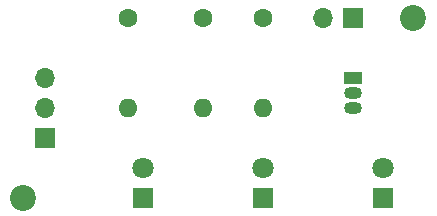
<source format=gbr>
%TF.GenerationSoftware,KiCad,Pcbnew,(6.0.4)*%
%TF.CreationDate,2022-04-19T13:15:10+02:00*%
%TF.ProjectId,light_gate,6c696768-745f-4676-9174-652e6b696361,rev?*%
%TF.SameCoordinates,Original*%
%TF.FileFunction,Soldermask,Top*%
%TF.FilePolarity,Negative*%
%FSLAX46Y46*%
G04 Gerber Fmt 4.6, Leading zero omitted, Abs format (unit mm)*
G04 Created by KiCad (PCBNEW (6.0.4)) date 2022-04-19 13:15:10*
%MOMM*%
%LPD*%
G01*
G04 APERTURE LIST*
%ADD10C,1.600000*%
%ADD11O,1.600000X1.600000*%
%ADD12R,1.800000X1.800000*%
%ADD13C,1.800000*%
%ADD14R,1.700000X1.700000*%
%ADD15O,1.700000X1.700000*%
%ADD16R,1.500000X1.050000*%
%ADD17O,1.500000X1.050000*%
%ADD18C,2.200000*%
G04 APERTURE END LIST*
D10*
%TO.C,R1*%
X125730000Y-93980000D03*
D11*
X125730000Y-101600000D03*
%TD*%
D12*
%TO.C,D1*%
X127000000Y-109220000D03*
D13*
X127000000Y-106680000D03*
%TD*%
D14*
%TO.C,J1*%
X118675000Y-104125000D03*
D15*
X118675000Y-101585000D03*
X118675000Y-99045000D03*
%TD*%
D10*
%TO.C,R2*%
X132080000Y-93980000D03*
D11*
X132080000Y-101600000D03*
%TD*%
D14*
%TO.C,J2*%
X144780000Y-93980000D03*
D15*
X142240000Y-93980000D03*
%TD*%
D16*
%TO.C,Q1*%
X144780000Y-99060000D03*
D17*
X144780000Y-100330000D03*
X144780000Y-101600000D03*
%TD*%
D12*
%TO.C,D2*%
X137160000Y-109220000D03*
D13*
X137160000Y-106680000D03*
%TD*%
D18*
%TO.C,H1*%
X149860000Y-93980000D03*
%TD*%
D12*
%TO.C,D3*%
X147320000Y-109220000D03*
D13*
X147320000Y-106680000D03*
%TD*%
D10*
%TO.C,R3*%
X137160000Y-93980000D03*
D11*
X137160000Y-101600000D03*
%TD*%
D18*
%TO.C,H2*%
X116840000Y-109220000D03*
%TD*%
M02*

</source>
